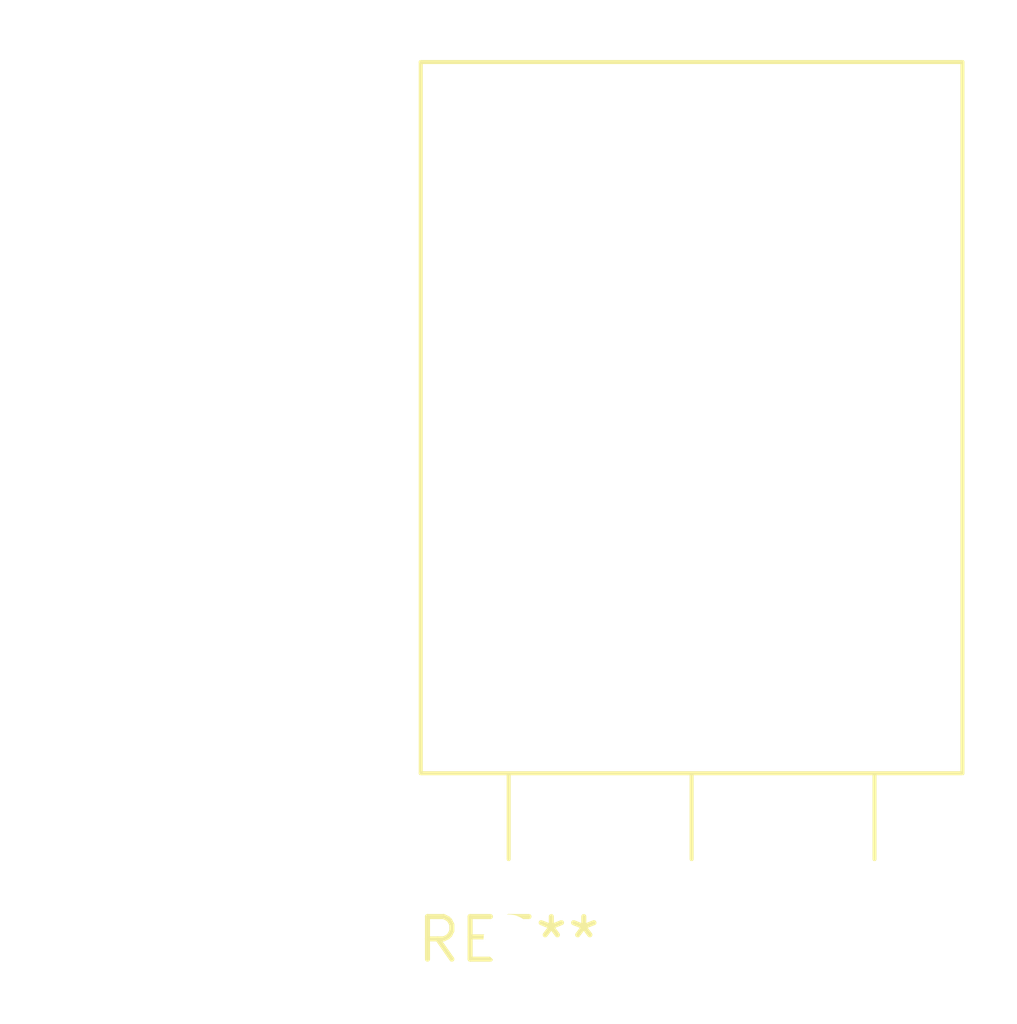
<source format=kicad_pcb>
(kicad_pcb (version 20240108) (generator pcbnew)
  (layers (0 "F.Cu" signal) (31 "B.Cu" signal) (34 "B.Paste" user) (35 "F.Paste" user) (36 "B.SilkS" user "B.Silkscreen") (37 "F.SilkS" user "F.Silkscreen") (38 "B.Mask" user) (39 "F.Mask" user) (44 "Edge.Cuts" user))
  (net 0 "")
  (footprint "TO-247-3_Horizontal_TabDown" (layer "F.Cu") (at 0 0)
    (property "Reference" "REF**")
    (property "Value" "TO-247-3_Horizontal_TabDown")
    (fp_line (start -2.62 -26.15) (end -2.62 -4.96) (layer "F.SilkS") (stroke (width 0.12)))
    (fp_line (start -2.62 -26.15) (end 13.52 -26.15) (layer "F.SilkS") (stroke (width 0.12)))
    (fp_line (start -2.62 -4.96) (end 13.52 -4.96) (layer "F.SilkS") (stroke (width 0.12)))
    (fp_line (start 0 -4.96) (end 0 -2.4) (layer "F.SilkS") (stroke (width 0.12)))
    (fp_line (start 5.45 -4.96) (end 5.45 -2.4) (layer "F.SilkS") (stroke (width 0.12)))
    (fp_line (start 10.9 -4.96) (end 10.9 -2.4) (layer "F.SilkS") (stroke (width 0.12)))
    (fp_line (start 13.52 -26.15) (end 13.52 -4.96) (layer "F.SilkS") (stroke (width 0.12)))
    (pad "" np_thru_hole oval (at 5.45 -19.86) (size 3.6 3.6) (drill 3.6) (layers *.Cu *.Mask))
    (pad "1" thru_hole rect (at 0 0) (size 2.5 4.5) (drill 1.5) (layers *.Cu *.Mask) (remove_unused_layers))
    (pad "2" thru_hole oval (at 5.45 0) (size 2.5 4.5) (drill 1.5) (layers *.Cu *.Mask) (remove_unused_layers))
    (pad "3" thru_hole oval (at 10.9 0) (size 2.5 4.5) (drill 1.5) (layers *.Cu *.Mask) (remove_unused_layers))
  )
)
</source>
